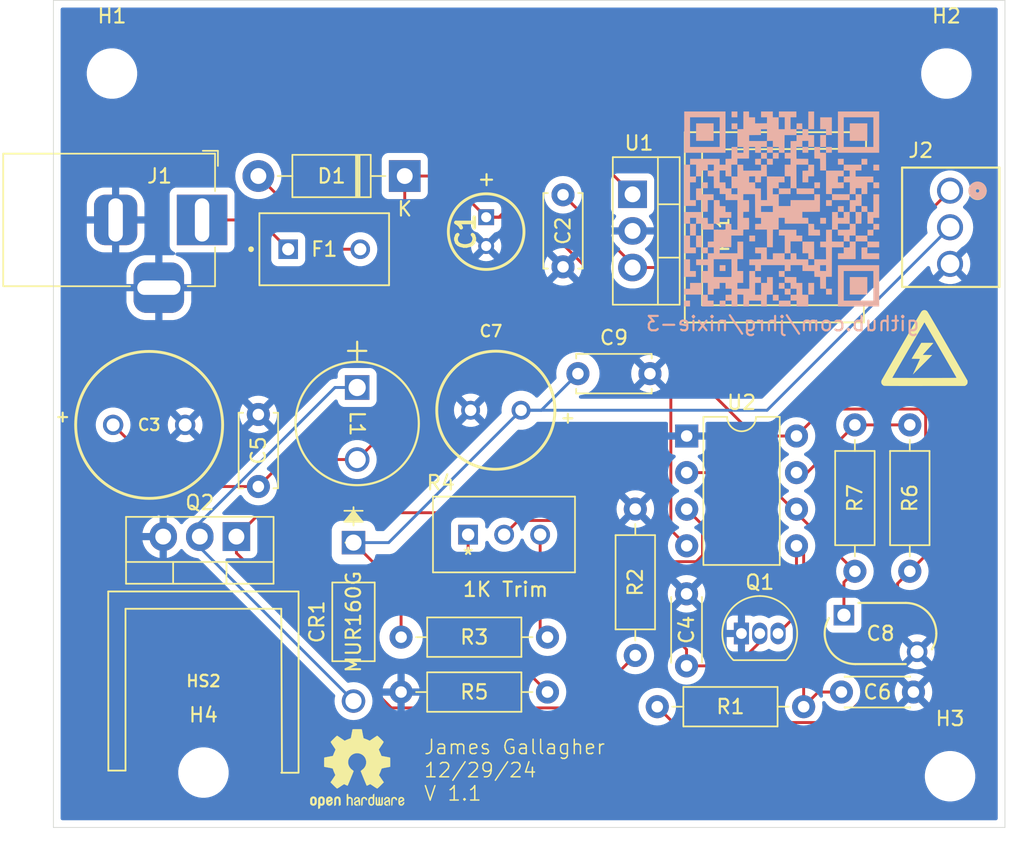
<source format=kicad_pcb>
(kicad_pcb (version 20240108) (generator "pcbnew") (generator_version "8.0")
  (layers (0 "F.Cu" signal) (31 "B.Cu" signal) (34 "B.Paste" user) (35 "F.Paste" user) (36 "B.SilkS" user "B.Silkscreen") (37 "F.SilkS" user "F.Silkscreen") (38 "B.Mask" user) (39 "F.Mask" user) (44 "Edge.Cuts" user))
  (net 0 "")
  (net 1 "GND")
  (net 2 "Net-(Q1-C)")
  (net 3 "Vm")
  (net 4 "HV V out")
  (net 5 "+15V")
  (net 6 "Vcntl")
  (net 7 "Net-(D1-A)")
  (net 8 "Net-(Q2-D)")
  (net 9 "Net-(U2-THR)")
  (net 10 "5v")
  (net 11 "Net-(R3-Pad1)")
  (net 12 "Net-(R4-Pad1)")
  (net 13 "Net-(U2-DIS)")
  (net 14 "Net-(F1-Pad1)")
  (footprint "Package_TO_SOT_THT:TO-220-3_Vertical" (layer "F.Cu") (at 65.5945 87.122 -90)
    (property "Reference" "U1" (at -3.556 -0.4455 180) (layer "F.SilkS"))
    (property "Value" "LM7805_TO220")
    (pad "1" thru_hole rect (at 0 0 270) (size 1.905 2) (drill 1.1) (layers "*.Cu" "*.Mask") (net 5 "+15V"))
    (pad "2" thru_hole oval (at 2.54 0 270) (size 1.905 2) (drill 1.1) (layers "*.Cu" "*.Mask") (net 1 "GND"))
    (pad "3" thru_hole oval (at 5.08 0 270) (size 1.905 2) (drill 1.1) (layers "*.Cu" "*.Mask") (net 10 "5v"))
  )
  (footprint "MountingHole:MountingHole_3mm" (layer "F.Cu") (at 87.63 127.508)
    (property "Reference" "H3" (at 0 -4 0) (layer "F.SilkS"))
    (property "Value" "MountingHole")
    (pad "" np_thru_hole circle (at 0 0) (size 3 3) (drill 3) (layers "*.Cu" "*.Mask"))
  )
  (footprint "Resistor_THT:R_Axial_DIN0207_L6.3mm_D2.5mm_P10.16mm_Horizontal" (layer "F.Cu") (at 65.786 108.966 -90)
    (property "Reference" "R2" (at 5.08 0 90) (layer "F.SilkS"))
    (property "Value" "1M")
    (pad "1" thru_hole circle (at 0 0 270) (size 1.6 1.6) (drill 0.8) (layers "*.Cu" "*.Mask") (net 1 "GND"))
    (pad "2" thru_hole oval (at 10.16 0 270) (size 1.6 1.6) (drill 0.8) (layers "*.Cu" "*.Mask") (net 6 "Vcntl"))
  )
  (footprint "HVPS-555:IND_8095-WE-TI_8p3x10x5_WRE" (layer "F.Cu") (at 46.482 100.52875 -90)
    (property "Reference" "L1" (at 2.5 0 -90) (layer "F.SilkS"))
    (property "Value" "100uH 900mA")
    (pad "1" thru_hole rect (at 0 0 270) (size 1.7018 1.7018) (drill 1.1938) (layers "*.Cu" "*.Mask") (net 8 "Net-(Q2-D)"))
    (pad "2" thru_hole circle (at 5 0 270) (size 1.7018 1.7018) (drill 1.1938) (layers "*.Cu" "*.Mask") (net 5 "+15V"))
  )
  (footprint "S222M-2n2F-cer-disk:AVVID-577202B-00000G" (layer "F.Cu") (at 35.814 114.6165)
    (property "Reference" "HS2" (at 0 6.2875 0) (layer "F.SilkS") (effects (font (size 0.8 0.8))))
    (property "Value" "Heatsink")
  )
  (footprint "HVPS-555:AHRF050_30v_500mA_polyfuse" (layer "F.Cu") (at 44.196 90.932)
    (property "Reference" "F1" (at 0 0 0) (layer "F.SilkS") (effects (font (size 1.002039 1.002039))))
    (property "Value" "30V 500mA")
    (pad "1" thru_hole rect (at -2.5 0) (size 1.358 1.358) (drill 0.85) (layers "*.Cu" "*.Mask") (net 14 "Net-(F1-Pad1)"))
    (pad "2" thru_hole circle (at 2.5 0) (size 1.358 1.358) (drill 0.85) (layers "*.Cu" "*.Mask") (net 7 "Net-(D1-A)"))
  )
  (footprint "Capacitor_THT:C_Disc_D5.0mm_W2.5mm_P5.00mm" (layer "F.Cu") (at 39.624 107.402 90)
    (property "Reference" "C5" (at 2.5 0 90) (layer "F.SilkS"))
    (property "Value" "0.1uF")
    (pad "1" thru_hole circle (at 0 0 90) (size 1.6 1.6) (drill 0.8) (layers "*.Cu" "*.Mask") (net 5 "+15V"))
    (pad "2" thru_hole circle (at 5 0 90) (size 1.6 1.6) (drill 0.8) (layers "*.Cu" "*.Mask") (net 1 "GND"))
  )
  (footprint "Resistor_THT:R_Axial_DIN0207_L6.3mm_D2.5mm_P10.16mm_Horizontal" (layer "F.Cu") (at 67.31 122.682)
    (property "Reference" "R1" (at 5.08 0 0) (layer "F.SilkS"))
    (property "Value" "56k")
    (pad "1" thru_hole circle (at 0 0) (size 1.6 1.6) (drill 0.8) (layers "*.Cu" "*.Mask") (net 5 "+15V"))
    (pad "2" thru_hole oval (at 10.16 0) (size 1.6 1.6) (drill 0.8) (layers "*.Cu" "*.Mask") (net 2 "Net-(Q1-C)"))
  )
  (footprint "S222M-2n2F-cer-disk:BarrelJack_Horizontal" (layer "F.Cu") (at 35.718 88.9)
    (property "Reference" "J1" (at -2.952 -3.048 0) (layer "F.SilkS"))
    (property "Value" "Barrel_Jack_Switch")
    (pad "1" thru_hole rect (at 0 0) (size 3.5 3.5) (drill oval 1 3) (layers "*.Cu" "*.Mask") (net 14 "Net-(F1-Pad1)"))
    (pad "2" thru_hole roundrect (at -6 0) (size 3 3.5) (drill oval 1 3) (layers "*.Cu" "*.Mask") (net 1 "GND"))
    (pad "3" thru_hole roundrect (at -3 4.7) (size 3.5 3.5) (drill oval 3 1) (layers "*.Cu" "*.Mask") (net 1 "GND"))
  )
  (footprint "Resistor_THT:R_Axial_DIN0207_L6.3mm_D2.5mm_P10.16mm_Horizontal" (layer "F.Cu") (at 59.69 117.856 180)
    (property "Reference" "R3" (at 5.08 0 0) (layer "F.SilkS"))
    (property "Value" "220k")
    (pad "1" thru_hole circle (at 0 0 180) (size 1.6 1.6) (drill 0.8) (layers "*.Cu" "*.Mask") (net 11 "Net-(R3-Pad1)"))
    (pad "2" thru_hole oval (at 10.16 0 180) (size 1.6 1.6) (drill 0.8) (layers "*.Cu" "*.Mask") (net 4 "HV V out"))
  )
  (footprint "Package_TO_SOT_THT:TO-220-3_Vertical" (layer "F.Cu") (at 38.1 110.8775 180)
    (property "Reference" "Q2" (at 2.54 2.357 0) (layer "F.SilkS"))
    (property "Value" "IRF730-TO-220-3")
    (pad "1" thru_hole rect (at 0 0 180) (size 1.905 2) (drill 1.1) (layers "*.Cu" "*.Mask") (net 6 "Vcntl"))
    (pad "2" thru_hole oval (at 2.54 0 180) (size 1.905 2) (drill 1.1) (layers "*.Cu" "*.Mask") (net 8 "Net-(Q2-D)"))
    (pad "3" thru_hole oval (at 5.08 0 180) (size 1.905 2) (drill 1.1) (layers "*.Cu" "*.Mask") (net 1 "GND"))
  )
  (footprint "Resistor_THT:R_Axial_DIN0207_L6.3mm_D2.5mm_P10.16mm_Horizontal" (layer "F.Cu") (at 59.69 121.666 180)
    (property "Reference" "R5" (at 5.08 0 0) (layer "F.SilkS"))
    (property "Value" "470")
    (pad "1" thru_hole circle (at 0 0 180) (size 1.6 1.6) (drill 0.8) (layers "*.Cu" "*.Mask") (net 12 "Net-(R4-Pad1)"))
    (pad "2" thru_hole oval (at 10.16 0 180) (size 1.6 1.6) (drill 0.8) (layers "*.Cu" "*.Mask") (net 1 "GND"))
  )
  (footprint "HVPS-555:CONN3_OSTVN03A150_OST" (layer "F.Cu") (at 87.63 86.868 -90)
    (property "Reference" "J2" (at -2.794 2.032 0) (layer "F.SilkS"))
    (property "Value" "Conn_3_screw")
    (pad "1" thru_hole circle (at 0 0 270) (size 1.8034 1.8034) (drill 1.2954) (layers "*.Cu" "*.Mask") (net 10 "5v"))
    (pad "2" thru_hole circle (at 2.54 0 270) (size 1.8034 1.8034) (drill 1.2954) (layers "*.Cu" "*.Mask") (net 4 "HV V out"))
    (pad "3" thru_hole circle (at 5.08 0 270) (size 1.8034 1.8034) (drill 1.2954) (layers "*.Cu" "*.Mask") (net 1 "GND"))
  )
  (footprint "Resistor_THT:R_Axial_DIN0207_L6.3mm_D2.5mm_P10.16mm_Horizontal" (layer "F.Cu") (at 81.026 103.124 -90)
    (property "Reference" "R7" (at 5.08 0 90) (layer "F.SilkS"))
    (property "Value" "10k")
    (pad "1" thru_hole circle (at 0 0 270) (size 1.6 1.6) (drill 0.8) (layers "*.Cu" "*.Mask") (net 13 "Net-(U2-DIS)"))
    (pad "2" thru_hole oval (at 10.16 0 270) (size 1.6 1.6) (drill 0.8) (layers "*.Cu" "*.Mask") (net 9 "Net-(U2-THR)"))
  )
  (footprint "HVPS-555:CAP_S-SERIES_N-29-J_VIS" (layer "F.Cu") (at 82.804 117.602)
    (property "Reference" "C8" (at 0 0 0) (layer "F.SilkS"))
    (property "Value" "2200pF")
    (pad "1" thru_hole rect (at -2.54 -1.27) (size 1.4224 1.4224) (drill 0.9144) (layers "*.Cu" "*.Mask") (net 9 "Net-(U2-THR)"))
    (pad "2" thru_hole circle (at 2.54 1.27) (size 1.4224 1.4224) (drill 0.9144) (layers "*.Cu" "*.Mask") (net 1 "GND"))
  )
  (footprint "Capacitor_THT:C_Disc_D4.3mm_W1.9mm_P5.00mm" (layer "F.Cu") (at 80.09 121.666)
    (property "Reference" "C6" (at 2.5 0 0) (layer "F.SilkS"))
    (property "Value" "0.01uF")
    (pad "1" thru_hole circle (at 0 0) (size 1.6 1.6) (drill 0.8) (layers "*.Cu" "*.Mask") (net 2 "Net-(Q1-C)"))
    (pad "2" thru_hole circle (at 5 0) (size 1.6 1.6) (drill 0.8) (layers "*.Cu" "*.Mask") (net 1 "GND"))
  )
  (footprint "Capacitor_THT:C_Disc_D5.0mm_W2.5mm_P5.00mm" (layer "F.Cu") (at 61.802 99.568)
    (property "Reference" "C9" (at 2.5 -2.5 0) (layer "F.SilkS"))
    (property "Value" "0.1uF")
    (pad "1" thru_hole circle (at 0 0) (size 1.6 1.6) (drill 0.8) (layers "*.Cu" "*.Mask") (net 4 "HV V out"))
    (pad "2" thru_hole circle (at 5 0) (size 1.6 1.6) (drill 0.8) (layers "*.Cu" "*.Mask") (net 1 "GND"))
  )
  (footprint "Package_TO_SOT_THT:TO-92_Inline" (layer "F.Cu") (at 73.152 117.602)
    (property "Reference" "Q1" (at 1.27 -3.556 0) (layer "F.SilkS"))
    (property "Value" "2N2222")
    (pad "1" thru_hole rect (at 0 0) (size 1.05 1.5) (drill 0.75) (layers "*.Cu" "*.Mask") (net 1 "GND"))
    (pad "2" thru_hole oval (at 1.27 0) (size 1.05 1.5) (drill 0.75) (layers "*.Cu" "*.Mask") (net 3 "Vm"))
    (pad "3" thru_hole oval (at 2.54 0) (size 1.05 1.5) (drill 0.75) (layers "*.Cu" "*.Mask") (net 2 "Net-(Q1-C)"))
  )
  (footprint "MountingHole:MountingHole_3mm" (layer "F.Cu") (at 35.814 127.254)
    (property "Reference" "H4" (at 0 -4 0) (layer "F.SilkS"))
    (property "Value" "MountingHole")
    (pad "" np_thru_hole circle (at 0 0) (size 3 3) (drill 3) (layers "*.Cu" "*.Mask"))
  )
  (footprint "Package_DIP:DIP-8_W7.62mm" (layer "F.Cu") (at 69.352 103.896)
    (property "Reference" "U2" (at 3.81 -2.33 0) (layer "F.SilkS"))
    (property "Value" "LM555xN")
    (pad "1" thru_hole rect (at 0 0) (size 1.6 1.6) (drill 0.8) (layers "*.Cu" "*.Mask") (net 1 "GND"))
    (pad "2" thru_hole oval (at 0 2.54) (size 1.6 1.6) (drill 0.8) (layers "*.Cu" "*.Mask") (net 9 "Net-(U2-THR)"))
    (pad "3" thru_hole oval (at 0 5.08) (size 1.6 1.6) (drill 0.8) (layers "*.Cu" "*.Mask") (net 6 "Vcntl"))
    (pad "4" thru_hole oval (at 0 7.62) (size 1.6 1.6) (drill 0.8) (layers "*.Cu" "*.Mask") (net 5 "+15V"))
    (pad "5" thru_hole oval (at 7.62 7.62) (size 1.6 1.6) (drill 0.8) (layers "*.Cu" "*.Mask") (net 2 "Net-(Q1-C)"))
    (pad "6" thru_hole oval (at 7.62 5.08) (size 1.6 1.6) (drill 0.8) (layers "*.Cu" "*.Mask") (net 9 "Net-(U2-THR)"))
    (pad "7" thru_hole oval (at 7.62 2.54) (size 1.6 1.6) (drill 0.8) (layers "*.Cu" "*.Mask") (net 13 "Net-(U2-DIS)"))
    (pad "8" thru_hole oval (at 7.62 0) (size 1.6 1.6) (drill 0.8) (layers "*.Cu" "*.Mask") (net 5 "+15V"))
  )
  (footprint "Resistor_THT:R_Axial_DIN0207_L6.3mm_D2.5mm_P10.16mm_Horizontal" (layer "F.Cu") (at 84.836 113.284 90)
    (property "Reference" "R6" (at 5.08 0 90) (layer "F.SilkS"))
    (property "Value" "1k")
    (pad "1" thru_hole circle (at 0 0 90) (size 1.6 1.6) (drill 0.8) (layers "*.Cu" "*.Mask") (net 5 "+15V"))
    (pad "2" thru_hole oval (at 10.16 0 90) (size 1.6 1.6) (drill 0.8) (layers "*.Cu" "*.Mask") (net 13 "Net-(U2-DIS)"))
  )
  (footprint "Capacitor_THT:C_Disc_D4.3mm_W1.9mm_P5.00mm" (layer "F.Cu") (at 69.342 119.848 90)
    (property "Reference" "C4" (at 2.5 0 90) (layer "F.SilkS"))
    (property "Value" "100pF")
    (pad "1" thru_hole circle (at 0 0 90) (size 1.6 1.6) (drill 0.8) (layers "*.Cu" "*.Mask") (net 3 "Vm"))
    (pad "2" thru_hole circle (at 5 0 90) (size 1.6 1.6) (drill 0.8) (layers "*.Cu" "*.Mask") (net 1 "GND"))
  )
  (footprint "MountingHole:MountingHole_3mm" (layer "F.Cu") (at 29.464 78.74)
    (property "Reference" "H1" (at 0 -4 0) (layer "F.SilkS"))
    (property "Value" "MountingHole")
    (pad "" np_thru_hole circle (at 0 0) (size 3 3) (drill 3) (layers "*.Cu" "*.Mask"))
  )
  (footprint "MountingHole:MountingHole_3mm" (layer "F.Cu") (at 87.376 78.74)
    (property "Reference" "H2" (at 0 -4 0) (layer "F.SilkS"))
    (property "Value" "MountingHole")
    (pad "" np_thru_hole circle (at 0 0) (size 3 3) (drill 3) (layers "*.Cu" "*.Mask"))
  )
  (footprint "Capacitor_THT:C_Disc_D5.0mm_W2.5mm_P5.00mm" (layer "F.Cu") (at 60.7685 87.154 -90)
    (property "Reference" "C2" (at 2.5 0 90) (layer "F.SilkS"))
    (property "Value" "0.1uF 50V")
    (pad "1" thru_hole circle (at 0 0 270) (size 1.6 1.6) (drill 0.8) (layers "*.Cu" "*.Mask") (net 10 "5v"))
    (pad "2" thru_hole circle (at 5 0 270) (size 1.6 1.6) (drill 0.8) (layers "*.Cu" "*.Mask") (net 1 "GND"))
  )
  (footprint "S222M-2n2F-cer-disk:10k_Trimmer_PV36W103C01B00" (layer "F.Cu") (at 54.182 110.744)
    (property "Reference" "R4" (at -1.9 -3.6 0) (layer "F.SilkS"))
    (property "Value" "1K Trim" (at 2.6 3.8 0) (layer "F.SilkS"))
    (fp_text user "*" (at 0 1.45 0) (layer "F.SilkS"))
    (pad "1" thru_hole rect (at 0 0) (size 1.3716 1.3716) (drill 0.8636) (layers "*.Cu" "*.Mask") (net 12 "Net-(R4-Pad1)"))
    (pad "2" thru_hole circle (at 2.5 0) (size 1.3716 1.3716) (drill 0.8636) (layers "*.Cu" "*.Mask") (net 3 "Vm"))
    (pad "3" thru_hole circle (at 5 0) (size 1.3716 1.3716) (drill 0.8636) (layers "*.Cu" "*.Mask") (net 11 "Net-(R3-Pad1)"))
  )
  (footprint "Diode_THT:D_DO-41_SOD81_P10.16mm_Horizontal" (layer "F.Cu") (at 49.784 85.852 180)
    (property "Reference" "D1" (at 5.08 0 0) (layer "F.SilkS"))
    (property "Value" "1N5819")
    (fp_text user "K" (at 0 -2.286 0) (layer "F.SilkS"))
    (pad "1" thru_hole rect (at 0 0 180) (size 2.2 2.2) (drill 1.1) (layers "*.Cu" "*.Mask") (net 5 "+15V"))
    (pad "2" thru_hole oval (at 10.16 0 180) (size 2.2 2.2) (drill 1.1) (layers "*.Cu" "*.Mask") (net 7 "Net-(D1-A)"))
  )
  (footprint "S222M-2n2F-cer-disk:WCAP-ATUL_10X16_DXL_470uF-25v" (layer "F.Cu") (at 32.044 103.124 180)
    (property "Reference" "C3" (at 0 0 0) (layer "F.SilkS") (effects (font (size 0.8 0.8))))
    (property "Value" "470uF 25v")
    (fp_text user "+" (at 6 0.6 0) (layer "F.SilkS") (effects (font (size 0.8 0.8))))
    (pad "1" thru_hole circle (at 2.5 0 180) (size 1.408 1.408) (drill 0.9) (layers "*.Cu" "*.Mask") (net 5 "+15V"))
    (pad "2" thru_hole circle (at -2.5 0 180) (size 1.408 1.408) (drill 0.9) (layers "*.Cu" "*.Mask") (net 1 "GND"))
  )
  (footprint "S222M-2n2F-cer-disk:MUR160G" (layer "F.Cu") (at 46.228 111.2949 -90)
    (property "Reference" "CR1" (at 5.4991 2.54 90) (layer "F.SilkS"))
    (property "Value" "MUR160G" (at 5.4991 0 90) (layer "F.SilkS"))
    (fp_text user "*" (at 0 0 90) (layer "F.SilkS"))
    (pad "1" thru_hole rect (at 0 0 270) (size 1.6256 1.6256) (drill 1.1176) (layers "*.Cu" "*.Mask") (net 4 "HV V out"))
    (pad "2" thru_hole circle (at 10.9982 0 270) (size 1.6256 1.6256) (drill 1.1176) (layers "*.Cu" "*.Mask") (net 8 "Net-(Q2-D)"))
  )
  (footprint "S222M-2n2F-cer-disk:HV-Warning-6mm" (layer "F.Cu") (at 85.852 97.79)
    (property "Reference" "G***" (hide yes))
    (property "Value" "LOGO" (hide yes))
  )
  (footprint "S222M-2n2F-cer-disk:AVVID-577202B-00000G" (layer "F.Cu") (at 69.1505 89.408 90)
    (property "Reference" "HS1" (at -0.508 2.7315 90) (layer "F.SilkS") (effects (font (size 0.8 0.8))))
    (property "Value" "Heatsink")
  )
  (footprint "S222M-2n2F-cer-disk:1.0uF_160V_CAPPRD200W50D525H1250" (layer "F.Cu") (at 55.4345 88.71 -90)
    (property "Reference" "C1" (at 1 1.4 90) (layer "F.SilkS") (effects (font (size 1.27 1.27) (thickness 0.254))))
    (property "Value" "1.0uF 100V" (hide yes))
    (fp_text user "+" (at -2.604 -0.1 -90) (layer "F.SilkS"))
    (pad "1" thru_hole rect (at 0 0 270) (size 1.1 1.1) (drill 0.7) (layers "*.Cu" "*.Mask") (net 5 "+15V"))
    (pad "2" thru_hole circle (at 2 0 270) (size 1.1 1.1) (drill 0.7) (layers "*.Cu" "*.Mask") (net 1 "GND"))
  )
  (footprint "S222M-2n2F-cer-disk:WCAP-ATET_8X11.5_DXL_" (layer "F.Cu") (at 56.106 102.108)
    (property "Reference" "C7" (at -0.34 -5.488 0) (layer "F.SilkS") (effects (font (size 0.8 0.8))))
    (property "Value" "1.0uF 350v")
    (fp_text user "+" (at 5 0.5 0) (layer "F.SilkS") (effects (font (size 0.8 0.8))))
    (pad "1" thru_hole circle (at 1.75 0) (size 1.308 1.308) (drill 0.8) (layers "*.Cu" "*.Mask") (net 4 "HV V out"))
    (pad "2" thru_hole circle (at -1.75 0) (size 1.308 1.308) (drill 0.8) (layers "*.Cu" "*.Mask") (net 1 "GND"))
  )
  (footprint "Symbol:OSHW-Logo2_7.3x6mm_SilkScreen" (layer "F.Cu") (at 46.482 127)
    (property "Reference" "REF**" (hide yes))
    (property "Value" "OSHW-Logo2_7.3x6mm_SilkScreen" (hide yes))
  )
  (footprint "S222M-2n2F-cer-disk:QR-nixie-3-github" (layer "B.Cu") (at 75.946 88.138 180)
    (property "Reference" "G***" (hide yes))
    (property "Value" "LOGO" (hide yes))
    (fp_text user "github.com/jhrg/nixie-3" (at -9.64 -8.55 0) (layer "B.SilkS") (effects (justify left bottom mirror)))
  )
  (gr_line (start 91.44 73.66) (end 91.44 131.064) (stroke (width 0.05)) (layer "Edge.Cuts"))
  (gr_line (start 25.4 131.064) (end 25.4 73.66) (stroke (width 0.05)) (layer "Edge.Cuts"))
  (gr_line (start 25.4 73.66) (end 91.44 73.66) (stroke (width 0.05)) (layer "Edge.Cuts"))
  (gr_line (start 91.44 131.064) (end 25.4 131.064) (stroke (width 0.05)) (layer "Edge.Cuts"))
  (gr_text "James Gallagher\n12/29/24\nV 1.1\n" (at 51.054 129.286 0) (layer "F.SilkS") (effects (font (size 1 1) (thickness 0.1)) (justify left bottom)))
  (segment (start 78.486 121.666) (end 77.47 122.682) (width 0.2) (layer "F.Cu") (net 2))
  (segment (start 77.47 122.682) (end 77.47 112.014) (width 0.2) (layer "F.Cu") (net 2))
  (segment (start 76.972 111.516) (end 76.972 116.322) (width 0.2) (layer "F.Cu") (net 2))
  (segment (start 80.09 121.666) (end 78.486 121.666) (width 0.2) (layer "F.Cu") (net 2))
  (segment (start 77.47 112.014) (end 76.972 111.516) (width 0.2) (layer "F.Cu") (net 2))
  (segment (start 76.972 116.322) (end 75.692 117.602) (width 0.2) (layer "F.Cu") (net 2))
  (segment (start 57.6678 109.7582) (end 56.682 110.744) (width 0.2) (layer "F.Cu") (net 3))
  (segment (start 74.422 117.602) (end 74.422 118.207) (width 0.2) (layer "F.Cu") (net 3))
  (segment (start 72.781 119.848) (end 69.342 119.848) (width 0.2) (layer "F.Cu") (net 3))
  (segment (start 69.342 119.848) (end 69.342 118.71663) (width 0.2) (layer "F.Cu") (net 3))
  (segment (start 74.422 118.207) (end 72.781 119.848) (width 0.2) (layer "F.Cu") (net 3))
  (segment (start 69.342 118.71663) (end 60.38357 109.7582) (width 0.2) (layer "F.Cu") (net 3))
  (segment (start 60.38357 109.7582) (end 57.6678 109.7582) (width 0.2) (layer "F.Cu") (net 3))
  (segment (start 49.53 117.856) (end 49.53 114.5969) (width 0.2) (layer "F.Cu") (net 4))
  (segment (start 49.53 114.5969) (end 46.228 111.2949) (width 0.2) (layer "F.Cu") (net 4))
  (segment (start 59.262 102.108) (end 61.802 99.568) (width 0.2) (layer "B.Cu") (net 4))
  (segment (start 48.6691 111.2949) (end 46.228 111.2949) (width 0.2) (layer "B.Cu") (net 4))
  (segment (start 57.856 102.108) (end 48.6691 111.2949) (width 0.2) (layer "B.Cu") (net 4))
  (segment (start 74.93 102.108) (end 87.63 89.408) (width 0.2) (layer "B.Cu") (net 4))
  (segment (start 57.856 102.108) (end 74.93 102.108) (width 0.2) (layer "B.Cu") (net 4))
  (segment (start 57.856 102.108) (end 59.262 102.108) (width 0.2) (layer "B.Cu") (net 4))
  (segment (start 84.836 113.284) (end 85.936 112.184) (width 0.2) (layer "F.Cu") (net 5))
  (segment (start 85.936 102.446) (end 85.514 102.024) (width 0.2) (layer "F.Cu") (net 5))
  (segment (start 83.99 114.13) (end 83.99 119.718) (width 0.2) (layer "F.Cu") (net 5))
  (segment (start 46.482 105.52875) (end 41.49725 105.52875) (width 0.2) (layer "F.Cu") (net 5))
  (segment (start 74.066135 103.896) (end 76.972 103.896) (width 0.2) (layer "F.Cu") (net 5))
  (segment (start 49.784 85.852) (end 52.5765 85.852) (width 0.2) (layer "F.Cu") (net 5))
  (segment (start 55.4345 88.71) (end 58.880135 88.71) (width 0.2) (layer "F.Cu") (net 5))
  (segment (start 56.324 88.71) (end 59.436 85.598) (width 0.2) (layer "F.Cu") (net 5))
  (segment (start 79.926 123.782) (end 68.41 123.782) (width 0.2) (layer "F.Cu") (net 5))
  (segment (start 59.436 85.598) (end 64.0705 85.598) (width 0.2) (layer "F.Cu") (net 5))
  (segment (start 83.99 119.718) (end 79.926 123.782) (width 0.2) (layer "F.Cu") (net 5))
  (segment (start 64.0705 85.598) (end 65.5945 87.122) (width 0.2) (layer "F.Cu") (net 5))
  (segment (start 55.4345 88.71) (end 56.324 88.71) (width 0.2) (layer "F.Cu") (net 5))
  (segment (start 69.352 111.516) (end 68.252 110.416) (width 0.2) (layer "F.Cu") (net 5))
  (segment (start 33.822 107.402) (end 39.624 107.402) (width 0.2) (layer "F.Cu") (net 5))
  (segment (start 68.41 123.782) (end 67.31 122.682) (width 0.2) (layer "F.Cu") (net 5))
  (segment (start 49.784 85.852) (end 49.784 102.22675) (width 0.2) (layer "F.Cu") (net 5))
  (segment (start 41.49725 105.52875) (end 39.624 107.402) (width 0.2) (layer "F.Cu") (net 5))
  (segment (start 85.936 112.184) (end 85.936 102.446) (width 0.2) (layer "F.Cu") (net 5))
  (segment (start 29.544 103.124) (end 33.822 107.402) (width 0.2) (layer "F.Cu") (net 5))
  (segment (start 58.880135 88.71) (end 68.143067 97.972933) (width 0.2) (layer "F.Cu") (net 5))
  (segment (start 85.514 102.024) (end 78.844 102.024) (width 0.2) (layer "F.Cu") (net 5))
  (segment (start 68.252 98.081866) (end 68.143067 97.972933) (width 0.2) (layer "F.Cu") (net 5))
  (segment (start 78.844 102.024) (end 76.972 103.896) (width 0.2) (layer "F.Cu") (net 5))
  (segment (start 68.252 110.416) (end 68.252 98.081866) (width 0.2) (layer "F.Cu") (net 5))
  (segment (start 49.784 102.22675) (end 46.482 105.52875) (width 0.2) (layer "F.Cu") (net 5))
  (segment (start 68.143067 97.972933) (end 74.066135 103.896) (width 0.2) (layer "F.Cu") (net 5))
  (segment (start 52.5765 85.852) (end 55.4345 88.71) (width 0.2) (layer "F.Cu") (net 5))
  (segment (start 84.836 113.284) (end 83.99 114.13) (width 0.2) (layer "F.Cu") (net 5))
  (segment (start 63.848 112.616) (end 60.452 109.22) (width 0.2) (layer "F.Cu") (net 6))
  (segment (start 70.01 112.616) (end 63.848 112.616) (width 0.2) (layer "F.Cu") (net 6))
  (segment (start 62.146 122.766) (end 48.852 122.766) (width 0.2) (layer "F.Cu") (net 6))
  (segment (start 48.852 122.766) (end 38.1 112.014) (width 0.2) (layer "F.Cu") (net 6))
  (segment (start 70.452 110.076) (end 70.452 112.174) (width 0.2) (layer "F.Cu") (net 6))
  (segment (start 60.452 109.22) (end 39.7575 109.22) (width 0.2) (layer "F.Cu") (net 6))
  (segment (start 65.786 119.126) (end 62.146 122.766) (width 0.2) (layer "F.Cu") (net 6))
  (segment (start 69.352 108.976) (end 70.452 110.076) (width 0.2) (layer "F.Cu") (net 6))
  (segment (start 38.1 112.014) (end 38.1 110.8775) (width 0.2) (layer "F.Cu") (net 6))
  (segment (start 70.452 112.174) (end 70.01 112.616) (width 0.2) (layer "F.Cu") (net 6))
  (segment (start 39.7575 109.22) (end 38.1 110.8775) (width 0.2) (layer "F.Cu") (net 6))
  (segment (start 44.704 90.932) (end 39.624 85.852) (width 0.2) (layer "F.Cu") (net 7))
  (segment (start 46.696 90.932) (end 44.704 90.932) (width 0.2) (layer "F.Cu") (net 7))
  (segment (start 35.56 110.8775) (end 35.56 111.6251) (width 0.2) (layer "B.Cu") (net 8))
  (segment (start 44.941615 100.52875) (end 35.56 109.910365) (width 0.2) (layer "B.Cu") (net 8))
  (segment (start 35.56 111.6251) (end 46.228 122.2931) (width 0.2) (layer "B.Cu") (net 8))
  (segment (start 35.56 109.910365) (end 35.56 110.8775) (width 0.2) (layer "B.Cu") (net 8))
  (segment (start 46.482 100.52875) (end 44.941615 100.52875) (width 0.2) (layer "B.Cu") (net 8))
  (segment (start 80.264 114.046) (end 81.026 113.284) (width 0.2) (layer "F.Cu") (net 9))
  (segment (start 69.352 106.436) (end 74.178 106.436) (width 0.2) (layer "F.Cu") (net 9))
  (segment (start 80.264 116.332) (end 80.264 114.046) (width 0.2) (layer "F.Cu") (net 9))
  (segment (start 74.178 106.436) (end 81.026 113.284) (width 0.2) (layer "F.Cu") (net 9))
  (segment (start 82.296 92.202) (end 87.63 86.868) (width 0.2) (layer "F.Cu") (net 10))
  (segment (start 60.7685 87.154) (end 65.5945 91.98) (width 0.2) (layer "F.Cu") (net 10))
  (segment (start 65.5945 91.98) (end 65.5945 92.202) (width 0.2) (layer "F.Cu") (net 10))
  (segment (start 65.5945 92.202) (end 82.296 92.202) (width 0.2) (layer "F.Cu") (net 10))
  (segment (start 59.182 110.744) (end 59.182 117.348) (width 0.2) (layer "F.Cu") (net 11))
  (segment (start 59.182 117.348) (end 59.69 117.856) (width 0.2) (layer "F.Cu") (net 11))
  (segment (start 54.182 110.744) (end 54.182 116.158) (width 0.2) (layer "F.Cu") (net 12))
  (segment (start 54.182 116.158) (end 59.69 121.666) (width 0.2) (layer "F.Cu") (net 12))
  (segment (start 84.836 103.124) (end 81.026 103.124) (width 0.2) (layer "F.Cu") (net 13))
  (segment (start 77.714 106.436) (end 76.972 106.436) (width 0.2) (layer "F.Cu") (net 13))
  (segment (start 81.026 103.124) (end 77.714 106.436) (width 0.2) (layer "F.Cu") (net 13))
  (segment (start 39.664 88.9) (end 41.696 90.932) (width 0.2) (layer "F.Cu") (net 14))
  (segment (start 35.718 88.9) (end 39.664 88.9) (width 0.2) (layer "F.Cu") (net 14))
  (zone (net 1) (net_name "GND") (layer "B.Cu") (connect_pads (clearance 0.5)) (min_thickness 0.25) (fill yes (thermal_gap 0.5) (thermal_bridge_width 0.5))
    (polygon (pts (xy 91.186 73.914) (xy 25.654 73.914) (xy 25.654 130.81) (xy 90.932 130.81) (xy 91.186 130.556)))
  )
)
</source>
